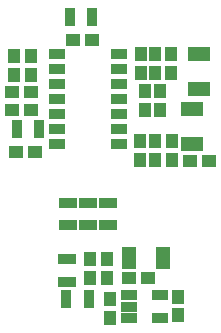
<source format=gbp>
G04*
G04 #@! TF.GenerationSoftware,Altium Limited,Altium Designer,20.0.10 (225)*
G04*
G04 Layer_Color=128*
%FSLAX25Y25*%
%MOIN*%
G70*
G01*
G75*
%ADD21R,0.03756X0.06118*%
%ADD22R,0.04800X0.04100*%
%ADD25R,0.04100X0.04800*%
%ADD27R,0.06118X0.03756*%
%ADD207R,0.05646X0.03284*%
%ADD208R,0.07299X0.04543*%
%ADD209R,0.04543X0.07299*%
%ADD210R,0.05331X0.03362*%
D21*
X332874Y109449D02*
D03*
X325394D02*
D03*
X307677Y72047D02*
D03*
X315158D02*
D03*
X324213Y15354D02*
D03*
X331693D02*
D03*
D22*
X326377Y101575D02*
D03*
X332677D02*
D03*
X351477Y22441D02*
D03*
X345177D02*
D03*
X307480Y64173D02*
D03*
X313780D02*
D03*
X306299Y78347D02*
D03*
X312599D02*
D03*
X306298Y84252D02*
D03*
X312598D02*
D03*
X371654Y61417D02*
D03*
X365354D02*
D03*
D25*
X349213Y90551D02*
D03*
Y96851D02*
D03*
X353937Y90551D02*
D03*
Y96851D02*
D03*
X359055D02*
D03*
Y90551D02*
D03*
X355512Y84646D02*
D03*
Y78346D02*
D03*
X306693Y96457D02*
D03*
Y90157D02*
D03*
X312598Y90156D02*
D03*
Y96456D02*
D03*
X361319Y16142D02*
D03*
Y9842D02*
D03*
X338878Y9054D02*
D03*
Y15354D02*
D03*
X332185Y22440D02*
D03*
Y28740D02*
D03*
X337697Y22440D02*
D03*
Y28740D02*
D03*
X348783Y61751D02*
D03*
Y68051D02*
D03*
X353937Y68110D02*
D03*
Y61810D02*
D03*
X359449D02*
D03*
Y68110D02*
D03*
X350394Y84646D02*
D03*
Y78346D02*
D03*
D27*
X324409Y21063D02*
D03*
Y28543D02*
D03*
X324803Y39961D02*
D03*
Y47441D02*
D03*
X331496Y39961D02*
D03*
Y47441D02*
D03*
X338189Y39961D02*
D03*
Y47441D02*
D03*
D207*
X341968Y96890D02*
D03*
Y91890D02*
D03*
Y86890D02*
D03*
Y81890D02*
D03*
Y76890D02*
D03*
Y71890D02*
D03*
Y66890D02*
D03*
X321024Y96890D02*
D03*
Y91890D02*
D03*
Y86890D02*
D03*
Y81890D02*
D03*
Y76890D02*
D03*
Y71890D02*
D03*
Y66890D02*
D03*
D208*
X368504Y85433D02*
D03*
Y96850D02*
D03*
X366142Y78543D02*
D03*
Y67126D02*
D03*
D209*
X345177Y29134D02*
D03*
X356594D02*
D03*
D210*
X355413Y9055D02*
D03*
Y16535D02*
D03*
X345177D02*
D03*
Y12795D02*
D03*
Y9055D02*
D03*
M02*

</source>
